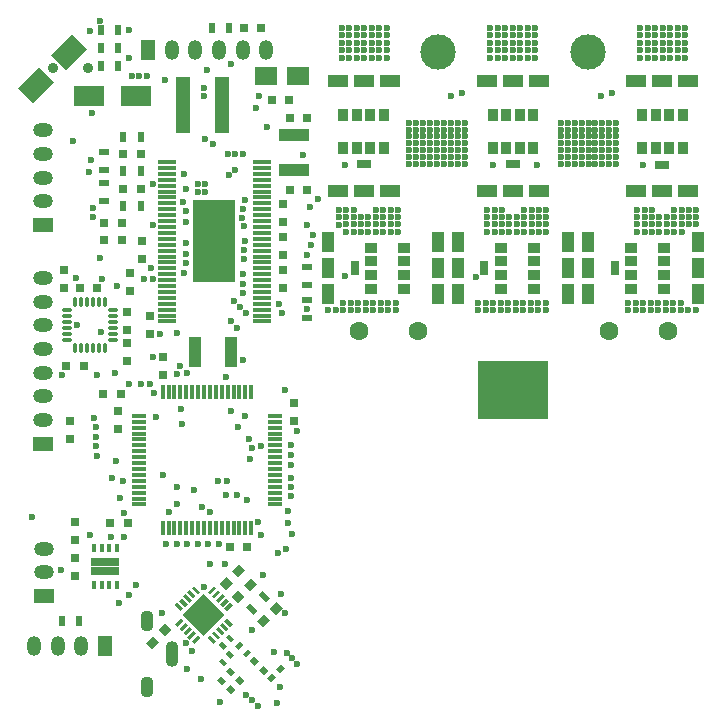
<source format=gts>
G04 #@! TF.GenerationSoftware,KiCad,Pcbnew,(5.1.5-0)*
G04 #@! TF.CreationDate,2019-12-18T14:52:24+08:00*
G04 #@! TF.ProjectId,VESC_6,56455343-5f36-42e6-9b69-6361645f7063,A*
G04 #@! TF.SameCoordinates,Original*
G04 #@! TF.FileFunction,Soldermask,Top*
G04 #@! TF.FilePolarity,Negative*
%FSLAX46Y46*%
G04 Gerber Fmt 4.6, Leading zero omitted, Abs format (unit mm)*
G04 Created by KiCad (PCBNEW (5.1.5-0)) date 2019-12-18 14:52:24*
%MOMM*%
%LPD*%
G04 APERTURE LIST*
%ADD10R,2.500000X1.800000*%
%ADD11O,1.100000X1.800000*%
%ADD12O,1.100000X2.200000*%
%ADD13O,0.300000X0.850000*%
%ADD14O,0.850000X0.300000*%
%ADD15R,0.800000X0.750000*%
%ADD16R,1.180000X4.700000*%
%ADD17R,3.599180X7.000240*%
%ADD18R,1.501140X0.299720*%
%ADD19R,1.193800X0.304800*%
%ADD20R,0.304800X1.193800*%
%ADD21C,0.900000*%
%ADD22C,0.100000*%
%ADD23R,1.200000X0.775000*%
%ADD24R,0.350000X0.650000*%
%ADD25R,1.950000X1.500000*%
%ADD26R,1.000000X2.500000*%
%ADD27R,2.500000X1.000000*%
%ADD28R,0.900000X0.500000*%
%ADD29R,0.500000X0.900000*%
%ADD30R,0.750000X0.800000*%
%ADD31C,1.600000*%
%ADD32R,1.699260X1.198880*%
%ADD33O,1.699260X1.198880*%
%ADD34R,0.700000X1.300000*%
%ADD35R,1.100000X0.850000*%
%ADD36R,1.100000X1.700000*%
%ADD37R,1.300000X0.700000*%
%ADD38R,0.850000X1.100000*%
%ADD39R,1.700000X1.100000*%
%ADD40C,3.000000*%
%ADD41R,1.198880X1.699260*%
%ADD42O,1.198880X1.699260*%
%ADD43R,6.000000X5.000000*%
%ADD44C,0.600000*%
G04 APERTURE END LIST*
D10*
X121825000Y-61849000D03*
X125825000Y-61849000D03*
D11*
X126750000Y-106300000D03*
X126750000Y-111900000D03*
D12*
X128900000Y-109100000D03*
D13*
X120670000Y-83230000D03*
X121170000Y-83230000D03*
X121670000Y-83230000D03*
X122170000Y-83230000D03*
X122670000Y-83230000D03*
X123170000Y-83230000D03*
D14*
X123870000Y-82530000D03*
X123870000Y-82030000D03*
X123870000Y-81530000D03*
X123870000Y-81030000D03*
X123870000Y-80530000D03*
X123870000Y-80030000D03*
D13*
X123170000Y-79330000D03*
X122670000Y-79330000D03*
X122170000Y-79330000D03*
X121670000Y-79330000D03*
X121170000Y-79330000D03*
X120670000Y-79330000D03*
D14*
X119970000Y-80030000D03*
X119970000Y-80530000D03*
X119970000Y-81030000D03*
X119970000Y-81530000D03*
X119970000Y-82030000D03*
X119970000Y-82530000D03*
D15*
X121400000Y-84709000D03*
X119900000Y-84709000D03*
D16*
X133100000Y-62600000D03*
X129790000Y-62600000D03*
D17*
X132461000Y-74168000D03*
D18*
X136461500Y-67472560D03*
X136461500Y-67970400D03*
X136461500Y-68470780D03*
X136461500Y-68971160D03*
X136461500Y-69471540D03*
X136461500Y-69971920D03*
X136461500Y-70472300D03*
X136461500Y-70970140D03*
X128460500Y-80970120D03*
X128460500Y-80472280D03*
X128460500Y-79971900D03*
X128460500Y-79471520D03*
X128460500Y-72471280D03*
X128460500Y-71970900D03*
X128460500Y-71470520D03*
X128460500Y-70970140D03*
X128460500Y-70472300D03*
X128460500Y-69971920D03*
X128460500Y-69471540D03*
X128460500Y-68971160D03*
X128460500Y-68470780D03*
X128460500Y-67970400D03*
X128460500Y-67472560D03*
X128460500Y-78971140D03*
X128460500Y-78470760D03*
X128460500Y-77970380D03*
X128460500Y-77472540D03*
X128460500Y-76972160D03*
X128460500Y-76471780D03*
X128460500Y-75971400D03*
X136461500Y-79471520D03*
X128460500Y-74970640D03*
X128460500Y-74470260D03*
X128460500Y-73972420D03*
X128460500Y-73472040D03*
X128460500Y-72971660D03*
X136461500Y-76972160D03*
X136461500Y-77472540D03*
X136461500Y-77970380D03*
X136461500Y-78470760D03*
X136461500Y-78971140D03*
X128460500Y-75471020D03*
X136461500Y-79971900D03*
X136461500Y-80472280D03*
X136461500Y-80970120D03*
X136461500Y-71470520D03*
X136461500Y-71970900D03*
X136461500Y-72471280D03*
X136461500Y-72971660D03*
X136461500Y-73472040D03*
X136461500Y-73972420D03*
X136461500Y-74470260D03*
X136461500Y-74970640D03*
X136461500Y-75471020D03*
X136461500Y-75971400D03*
X136461500Y-76471780D03*
D19*
X137575999Y-88960000D03*
X137575999Y-89459999D03*
X137575999Y-89960000D03*
X137575999Y-90459999D03*
X137575999Y-90960001D03*
X137575999Y-91460000D03*
X137575999Y-91959999D03*
X137575999Y-92460000D03*
X137575999Y-92960000D03*
X137575999Y-93460001D03*
X137575999Y-93960000D03*
X137575999Y-94459999D03*
X137575999Y-94960001D03*
X137575999Y-95460000D03*
X137575999Y-95960001D03*
X137575999Y-96460000D03*
D20*
X135576000Y-98459999D03*
X135076001Y-98459999D03*
X134576000Y-98459999D03*
X134076001Y-98459999D03*
X133575999Y-98459999D03*
X133076000Y-98459999D03*
X132576001Y-98459999D03*
X132076000Y-98459999D03*
X131576000Y-98459999D03*
X131075999Y-98459999D03*
X130576000Y-98459999D03*
X130076001Y-98459999D03*
X129575999Y-98459999D03*
X129076000Y-98459999D03*
X128575999Y-98459999D03*
X128076000Y-98459999D03*
D19*
X126076001Y-96460000D03*
X126076001Y-95960001D03*
X126076001Y-95460000D03*
X126076001Y-94960001D03*
X126076001Y-94459999D03*
X126076001Y-93960000D03*
X126076001Y-93460001D03*
X126076001Y-92960000D03*
X126076001Y-92460000D03*
X126076001Y-91959999D03*
X126076001Y-91460000D03*
X126076001Y-90960001D03*
X126076001Y-90459999D03*
X126076001Y-89960000D03*
X126076001Y-89459999D03*
X126076001Y-88960000D03*
D20*
X128076000Y-86960001D03*
X128575999Y-86960001D03*
X129076000Y-86960001D03*
X129575999Y-86960001D03*
X130076001Y-86960001D03*
X130576000Y-86960001D03*
X131075999Y-86960001D03*
X131576000Y-86960001D03*
X132076000Y-86960001D03*
X132576001Y-86960001D03*
X133076000Y-86960001D03*
X133575999Y-86960001D03*
X134076001Y-86960001D03*
X134576000Y-86960001D03*
X135076001Y-86960001D03*
X135576000Y-86960001D03*
D21*
X121769000Y-59492000D03*
X118769000Y-59492000D03*
D22*
G36*
X119911727Y-59669066D02*
G01*
X118638934Y-58396273D01*
X120406701Y-56628506D01*
X121679494Y-57901299D01*
X119911727Y-59669066D01*
G37*
G36*
X117083299Y-62497494D02*
G01*
X115810506Y-61224701D01*
X117578273Y-59456934D01*
X118851066Y-60729727D01*
X117083299Y-62497494D01*
G37*
G36*
X130688117Y-104907117D02*
G01*
X131572000Y-104023234D01*
X132455883Y-104907117D01*
X131572000Y-105791000D01*
X130688117Y-104907117D01*
G37*
G36*
X129804234Y-105791000D02*
G01*
X130688117Y-104907117D01*
X131572000Y-105791000D01*
X130688117Y-106674883D01*
X129804234Y-105791000D01*
G37*
G36*
X131572000Y-105791000D02*
G01*
X132455883Y-104907117D01*
X133339766Y-105791000D01*
X132455883Y-106674883D01*
X131572000Y-105791000D01*
G37*
G36*
X130688117Y-106674883D02*
G01*
X131572000Y-105791000D01*
X132455883Y-106674883D01*
X131572000Y-107558766D01*
X130688117Y-106674883D01*
G37*
G36*
X132102330Y-104058588D02*
G01*
X131890198Y-103846456D01*
X132406386Y-103330268D01*
X132618518Y-103542400D01*
X132102330Y-104058588D01*
G37*
G36*
X132455883Y-104412142D02*
G01*
X132243751Y-104200010D01*
X132759939Y-103683822D01*
X132972071Y-103895954D01*
X132455883Y-104412142D01*
G37*
G36*
X132809437Y-104765695D02*
G01*
X132597305Y-104553563D01*
X133113493Y-104037375D01*
X133325625Y-104249507D01*
X132809437Y-104765695D01*
G37*
G36*
X133162990Y-105119249D02*
G01*
X132950858Y-104907117D01*
X133467046Y-104390929D01*
X133679178Y-104603061D01*
X133162990Y-105119249D01*
G37*
G36*
X133516544Y-105472802D02*
G01*
X133304412Y-105260670D01*
X133820600Y-104744482D01*
X134032732Y-104956614D01*
X133516544Y-105472802D01*
G37*
G36*
X133304412Y-106321330D02*
G01*
X133516544Y-106109198D01*
X134032732Y-106625386D01*
X133820600Y-106837518D01*
X133304412Y-106321330D01*
G37*
G36*
X132950858Y-106674883D02*
G01*
X133162990Y-106462751D01*
X133679178Y-106978939D01*
X133467046Y-107191071D01*
X132950858Y-106674883D01*
G37*
G36*
X132597305Y-107028437D02*
G01*
X132809437Y-106816305D01*
X133325625Y-107332493D01*
X133113493Y-107544625D01*
X132597305Y-107028437D01*
G37*
G36*
X132243751Y-107381990D02*
G01*
X132455883Y-107169858D01*
X132972071Y-107686046D01*
X132759939Y-107898178D01*
X132243751Y-107381990D01*
G37*
G36*
X131890198Y-107735544D02*
G01*
X132102330Y-107523412D01*
X132618518Y-108039600D01*
X132406386Y-108251732D01*
X131890198Y-107735544D01*
G37*
G36*
X130737614Y-108251732D02*
G01*
X130525482Y-108039600D01*
X131041670Y-107523412D01*
X131253802Y-107735544D01*
X130737614Y-108251732D01*
G37*
G36*
X130384061Y-107898178D02*
G01*
X130171929Y-107686046D01*
X130688117Y-107169858D01*
X130900249Y-107381990D01*
X130384061Y-107898178D01*
G37*
G36*
X130030507Y-107544625D02*
G01*
X129818375Y-107332493D01*
X130334563Y-106816305D01*
X130546695Y-107028437D01*
X130030507Y-107544625D01*
G37*
G36*
X129676954Y-107191071D02*
G01*
X129464822Y-106978939D01*
X129981010Y-106462751D01*
X130193142Y-106674883D01*
X129676954Y-107191071D01*
G37*
G36*
X129323400Y-106837518D02*
G01*
X129111268Y-106625386D01*
X129627456Y-106109198D01*
X129839588Y-106321330D01*
X129323400Y-106837518D01*
G37*
G36*
X129111268Y-104956614D02*
G01*
X129323400Y-104744482D01*
X129839588Y-105260670D01*
X129627456Y-105472802D01*
X129111268Y-104956614D01*
G37*
G36*
X129464822Y-104603061D02*
G01*
X129676954Y-104390929D01*
X130193142Y-104907117D01*
X129981010Y-105119249D01*
X129464822Y-104603061D01*
G37*
G36*
X129818375Y-104249507D02*
G01*
X130030507Y-104037375D01*
X130546695Y-104553563D01*
X130334563Y-104765695D01*
X129818375Y-104249507D01*
G37*
G36*
X130171929Y-103895954D02*
G01*
X130384061Y-103683822D01*
X130900249Y-104200010D01*
X130688117Y-104412142D01*
X130171929Y-103895954D01*
G37*
G36*
X130525482Y-103542400D02*
G01*
X130737614Y-103330268D01*
X131253802Y-103846456D01*
X131041670Y-104058588D01*
X130525482Y-103542400D01*
G37*
D23*
X123825000Y-101333000D03*
X122625000Y-101333000D03*
X123825000Y-102108000D03*
X122625000Y-102108000D03*
D24*
X124200000Y-103270500D03*
X123550000Y-103270500D03*
X122900000Y-103270500D03*
X122250000Y-103270500D03*
X122250000Y-100170500D03*
X122900000Y-100170500D03*
X123550000Y-100170500D03*
X124200000Y-100170500D03*
D25*
X139551000Y-60198000D03*
X136801000Y-60198000D03*
D26*
X130834000Y-83566000D03*
X133834000Y-83566000D03*
D27*
X139192000Y-65175000D03*
X139192000Y-68175000D03*
D22*
G36*
X134909355Y-108323091D02*
G01*
X134485091Y-108747355D01*
X134202249Y-108464513D01*
X134626513Y-108040249D01*
X134909355Y-108323091D01*
G37*
G36*
X135545751Y-108959487D02*
G01*
X135121487Y-109383751D01*
X134838645Y-109100909D01*
X135262909Y-108676645D01*
X135545751Y-108959487D01*
G37*
G36*
X133865909Y-109509355D02*
G01*
X133441645Y-109085091D01*
X133724487Y-108802249D01*
X134148751Y-109226513D01*
X133865909Y-109509355D01*
G37*
G36*
X133229513Y-110145751D02*
G01*
X132805249Y-109721487D01*
X133088091Y-109438645D01*
X133512355Y-109862909D01*
X133229513Y-110145751D01*
G37*
G36*
X133088091Y-108041645D02*
G01*
X133512355Y-108465909D01*
X133229513Y-108748751D01*
X132805249Y-108324487D01*
X133088091Y-108041645D01*
G37*
G36*
X133724487Y-107405249D02*
G01*
X134148751Y-107829513D01*
X133865909Y-108112355D01*
X133441645Y-107688091D01*
X133724487Y-107405249D01*
G37*
G36*
X133477000Y-112113554D02*
G01*
X133830554Y-111760000D01*
X134254818Y-112184264D01*
X133901264Y-112537818D01*
X133477000Y-112113554D01*
G37*
G36*
X132699182Y-111335736D02*
G01*
X133052736Y-110982182D01*
X133477000Y-111406446D01*
X133123446Y-111760000D01*
X132699182Y-111335736D01*
G37*
G36*
X134239000Y-111351554D02*
G01*
X134592554Y-110998000D01*
X135016818Y-111422264D01*
X134663264Y-111775818D01*
X134239000Y-111351554D01*
G37*
G36*
X133461182Y-110573736D02*
G01*
X133814736Y-110220182D01*
X134239000Y-110644446D01*
X133885446Y-110998000D01*
X133461182Y-110573736D01*
G37*
G36*
X136271000Y-109755446D02*
G01*
X135917446Y-110109000D01*
X135493182Y-109684736D01*
X135846736Y-109331182D01*
X136271000Y-109755446D01*
G37*
G36*
X137048818Y-110533264D02*
G01*
X136695264Y-110886818D01*
X136271000Y-110462554D01*
X136624554Y-110109000D01*
X137048818Y-110533264D01*
G37*
G36*
X138021554Y-110744000D02*
G01*
X137668000Y-110390446D01*
X138092264Y-109966182D01*
X138445818Y-110319736D01*
X138021554Y-110744000D01*
G37*
G36*
X137243736Y-111521818D02*
G01*
X136890182Y-111168264D01*
X137314446Y-110744000D01*
X137668000Y-111097554D01*
X137243736Y-111521818D01*
G37*
G36*
X135472249Y-104810355D02*
G01*
X136108645Y-105446751D01*
X135755091Y-105800305D01*
X135118695Y-105163909D01*
X135472249Y-104810355D01*
G37*
G36*
X136532909Y-103749695D02*
G01*
X137169305Y-104386091D01*
X136815751Y-104739645D01*
X136179355Y-104103249D01*
X136532909Y-103749695D01*
G37*
D28*
X123113800Y-69227000D03*
X123113800Y-70727000D03*
X123113800Y-66636200D03*
X123113800Y-68136200D03*
D29*
X126251400Y-68249800D03*
X124751400Y-68249800D03*
X126251400Y-71196200D03*
X124751400Y-71196200D03*
X126226000Y-65354200D03*
X124726000Y-65354200D03*
X121019000Y-106315000D03*
X119519000Y-106315000D03*
X132219000Y-56134000D03*
X133719000Y-56134000D03*
X122821000Y-56261000D03*
X124321000Y-56261000D03*
X122821000Y-57785000D03*
X124321000Y-57785000D03*
X122821000Y-59309000D03*
X124321000Y-59309000D03*
D28*
X140335000Y-77839000D03*
X140335000Y-76339000D03*
X140335000Y-80633000D03*
X140335000Y-79133000D03*
D22*
G36*
X127249348Y-107600169D02*
G01*
X127779678Y-108130499D01*
X127213992Y-108696185D01*
X126683662Y-108165855D01*
X127249348Y-107600169D01*
G37*
G36*
X128310008Y-106539509D02*
G01*
X128840338Y-107069839D01*
X128274652Y-107635525D01*
X127744322Y-107105195D01*
X128310008Y-106539509D01*
G37*
D30*
X120205500Y-89420000D03*
X120205500Y-90920000D03*
D22*
G36*
X137672652Y-105808678D02*
G01*
X137142322Y-105278348D01*
X137708008Y-104712662D01*
X138238338Y-105242992D01*
X137672652Y-105808678D01*
G37*
G36*
X136611992Y-106869338D02*
G01*
X136081662Y-106339008D01*
X136647348Y-105773322D01*
X137177678Y-106303652D01*
X136611992Y-106869338D01*
G37*
G36*
X133472348Y-102598322D02*
G01*
X134002678Y-103128652D01*
X133436992Y-103694338D01*
X132906662Y-103164008D01*
X133472348Y-102598322D01*
G37*
G36*
X134533008Y-101537662D02*
G01*
X135063338Y-102067992D01*
X134497652Y-102633678D01*
X133967322Y-102103348D01*
X134533008Y-101537662D01*
G37*
D15*
X135243000Y-100076000D03*
X133743000Y-100076000D03*
D30*
X124269500Y-88531000D03*
X124269500Y-90031000D03*
X128143000Y-83959000D03*
X128143000Y-85459000D03*
D15*
X125146500Y-98000000D03*
X123646500Y-98000000D03*
D30*
X139192000Y-89408000D03*
X139192000Y-87908000D03*
D15*
X123125800Y-72593200D03*
X124625800Y-72593200D03*
X123125800Y-74041000D03*
X124625800Y-74041000D03*
X124751400Y-69723000D03*
X126251400Y-69723000D03*
D30*
X125349000Y-76847000D03*
X125349000Y-78347000D03*
D15*
X126226000Y-66802000D03*
X124726000Y-66802000D03*
D30*
X126365000Y-75680000D03*
X126365000Y-74180000D03*
X127000000Y-82030000D03*
X127000000Y-80530000D03*
D15*
X138823000Y-63754000D03*
X140323000Y-63754000D03*
D30*
X138303000Y-72505000D03*
X138303000Y-71005000D03*
X138303000Y-75299000D03*
X138303000Y-73799000D03*
X138303000Y-78093000D03*
X138303000Y-76593000D03*
D15*
X138823000Y-69850000D03*
X140323000Y-69850000D03*
X138799000Y-62230000D03*
X137299000Y-62230000D03*
D30*
X120650000Y-99429000D03*
X120650000Y-97929000D03*
X120650000Y-100977000D03*
X120650000Y-102477000D03*
D15*
X123011500Y-87122000D03*
X124511500Y-87122000D03*
D22*
G36*
X135513652Y-103776678D02*
G01*
X134983322Y-103246348D01*
X135549008Y-102680662D01*
X136079338Y-103210992D01*
X135513652Y-103776678D01*
G37*
G36*
X134452992Y-104837338D02*
G01*
X133922662Y-104307008D01*
X134488348Y-103741322D01*
X135018678Y-104271652D01*
X134452992Y-104837338D01*
G37*
D15*
X136436800Y-56083200D03*
X134936800Y-56083200D03*
D30*
X119761000Y-78093000D03*
X119761000Y-76593000D03*
X125095000Y-84316000D03*
X125095000Y-82816000D03*
D31*
X149726000Y-81788000D03*
X144726000Y-81788000D03*
X165842000Y-81788000D03*
X170842000Y-81788000D03*
D32*
X118000000Y-104203040D03*
D33*
X118000000Y-100200000D03*
X118000000Y-102201520D03*
D34*
X166334000Y-76454000D03*
D35*
X167734000Y-75879000D03*
X167734000Y-77029000D03*
X170534000Y-77029000D03*
X170534000Y-75879000D03*
X167734000Y-74729000D03*
X170534000Y-74729000D03*
X167734000Y-78179000D03*
X170534000Y-78179000D03*
D36*
X164084000Y-76454000D03*
X164084000Y-74254000D03*
X164084000Y-78654000D03*
X173384000Y-76454000D03*
X173384000Y-78654000D03*
X173384000Y-74254000D03*
D37*
X170393000Y-67694000D03*
D38*
X169818000Y-66294000D03*
X170968000Y-66294000D03*
X170968000Y-63494000D03*
X169818000Y-63494000D03*
X168668000Y-66294000D03*
X168668000Y-63494000D03*
X172118000Y-66294000D03*
X172118000Y-63494000D03*
D39*
X170393000Y-69944000D03*
X168193000Y-69944000D03*
X172593000Y-69944000D03*
X170393000Y-60644000D03*
X172593000Y-60644000D03*
X168193000Y-60644000D03*
D34*
X144334000Y-76454000D03*
D35*
X145734000Y-75879000D03*
X145734000Y-77029000D03*
X148534000Y-77029000D03*
X148534000Y-75879000D03*
X145734000Y-74729000D03*
X148534000Y-74729000D03*
X145734000Y-78179000D03*
X148534000Y-78179000D03*
D36*
X142084000Y-76454000D03*
X142084000Y-74254000D03*
X142084000Y-78654000D03*
X151384000Y-76454000D03*
X151384000Y-78654000D03*
X151384000Y-74254000D03*
D40*
X151384000Y-58166000D03*
X164084000Y-58166000D03*
D41*
X123184920Y-108458000D03*
D42*
X119181880Y-108458000D03*
X121183400Y-108458000D03*
X117182900Y-108458000D03*
D41*
X126846200Y-58000000D03*
D42*
X130849240Y-58000000D03*
X128847720Y-58000000D03*
X132848220Y-58000000D03*
X134849740Y-58000000D03*
X136851260Y-58000000D03*
D33*
X117983000Y-79298740D03*
X117983000Y-81297720D03*
X117983000Y-83299240D03*
D32*
X117983000Y-91305320D03*
D33*
X117983000Y-87302280D03*
X117983000Y-89303800D03*
X117983000Y-85303300D03*
X117983000Y-77299760D03*
D32*
X117983000Y-72803040D03*
D33*
X117983000Y-68800000D03*
X117983000Y-70801520D03*
X117983000Y-66801020D03*
X117983000Y-64799500D03*
D37*
X145087000Y-67678000D03*
D38*
X144512000Y-66278000D03*
X145662000Y-66278000D03*
X145662000Y-63478000D03*
X144512000Y-63478000D03*
X143362000Y-66278000D03*
X143362000Y-63478000D03*
X146812000Y-66278000D03*
X146812000Y-63478000D03*
D39*
X145087000Y-69928000D03*
X142887000Y-69928000D03*
X147287000Y-69928000D03*
X145087000Y-60628000D03*
X147287000Y-60628000D03*
X142887000Y-60628000D03*
D34*
X155321000Y-76454000D03*
D35*
X156721000Y-75879000D03*
X156721000Y-77029000D03*
X159521000Y-77029000D03*
X159521000Y-75879000D03*
X156721000Y-74729000D03*
X159521000Y-74729000D03*
X156721000Y-78179000D03*
X159521000Y-78179000D03*
D36*
X153071000Y-76454000D03*
X153071000Y-74254000D03*
X153071000Y-78654000D03*
X162371000Y-76454000D03*
X162371000Y-78654000D03*
X162371000Y-74254000D03*
D37*
X157734000Y-67678000D03*
D38*
X157159000Y-66278000D03*
X158309000Y-66278000D03*
X158309000Y-63478000D03*
X157159000Y-63478000D03*
X156009000Y-66278000D03*
X156009000Y-63478000D03*
X159459000Y-66278000D03*
X159459000Y-63478000D03*
D39*
X157734000Y-69928000D03*
X155534000Y-69928000D03*
X159934000Y-69928000D03*
X157734000Y-60628000D03*
X159934000Y-60628000D03*
X155534000Y-60628000D03*
D43*
X157734000Y-86800000D03*
D30*
X125095000Y-81649000D03*
X125095000Y-80149000D03*
D15*
X121043000Y-78105000D03*
X122543000Y-78105000D03*
D44*
X138962702Y-92304292D03*
X132842000Y-99822000D03*
X124206000Y-77978000D03*
X122809000Y-75565008D03*
X127254000Y-83947000D03*
X129285998Y-96418400D03*
X127508000Y-89027000D03*
X126746000Y-60198000D03*
X126111000Y-60198000D03*
X125476000Y-60197994D03*
X136144000Y-113538000D03*
X135636000Y-113030000D03*
X135153400Y-112572800D03*
X131318000Y-111252000D03*
X130759803Y-105862686D03*
X131064000Y-69977000D03*
X137541000Y-108966000D03*
X138607800Y-109016800D03*
X135365271Y-90879140D03*
X138067817Y-104043011D03*
X138430000Y-86741000D03*
X132455883Y-105791000D03*
X131572000Y-106674883D03*
X131572000Y-104907117D03*
X132969000Y-113157000D03*
X139065000Y-109474000D03*
X134874000Y-66800000D03*
X127232128Y-69342000D03*
X131699000Y-69977000D03*
X131699000Y-69342000D03*
X131064000Y-69342000D03*
X134239000Y-66800000D03*
X133604000Y-66802000D03*
X166471600Y-67640200D03*
X165887400Y-67640200D03*
X165303200Y-67640200D03*
X164719000Y-67640200D03*
X164134800Y-67640200D03*
X163550600Y-67640200D03*
X162966400Y-67640200D03*
X162382200Y-67640200D03*
X161798000Y-67640200D03*
X166471600Y-67056000D03*
X165887400Y-67056000D03*
X165303200Y-67056000D03*
X164719000Y-67056000D03*
X164134800Y-67056000D03*
X163550600Y-67056000D03*
X162966400Y-67056000D03*
X162382200Y-67056000D03*
X161798000Y-67056000D03*
X166471600Y-66471800D03*
X165887400Y-66471800D03*
X165303200Y-66471800D03*
X164719000Y-66471800D03*
X164134800Y-66471800D03*
X163550600Y-66471800D03*
X162966400Y-66471800D03*
X162382200Y-66471800D03*
X161798000Y-66471800D03*
X166471600Y-65887600D03*
X165887400Y-65887600D03*
X165303200Y-65887600D03*
X164719000Y-65887600D03*
X164134800Y-65887600D03*
X163550600Y-65887600D03*
X162966400Y-65887600D03*
X162382200Y-65887600D03*
X161798000Y-65887600D03*
X166471600Y-65303400D03*
X165887400Y-65303400D03*
X165303200Y-65303400D03*
X164719000Y-65303400D03*
X164134800Y-65303400D03*
X163550600Y-65303400D03*
X162966400Y-65303400D03*
X162382200Y-65303400D03*
X161798000Y-65303400D03*
X166471600Y-64719200D03*
X165887400Y-64719200D03*
X165303200Y-64719200D03*
X164719000Y-64719200D03*
X164134800Y-64719200D03*
X163550600Y-64719200D03*
X162966400Y-64719200D03*
X162382200Y-64719200D03*
X161798000Y-64719200D03*
X166471600Y-64135000D03*
X165887400Y-64135000D03*
X165303200Y-64135000D03*
X164719000Y-64135000D03*
X164134800Y-64135000D03*
X163550600Y-64135000D03*
X162966400Y-64135000D03*
X162382200Y-64135000D03*
X153644600Y-67640200D03*
X153060400Y-67640200D03*
X152476200Y-67640200D03*
X151892000Y-67640200D03*
X151307800Y-67640200D03*
X150723600Y-67640200D03*
X150139400Y-67640200D03*
X149555200Y-67640200D03*
X148971000Y-67640200D03*
X153644600Y-67056000D03*
X153060400Y-67056000D03*
X152476200Y-67056000D03*
X151892000Y-67056000D03*
X151307800Y-67056000D03*
X150723600Y-67056000D03*
X150139400Y-67056000D03*
X149555200Y-67056000D03*
X148971000Y-67056000D03*
X153644600Y-66471800D03*
X153060400Y-66471800D03*
X152476200Y-66471800D03*
X151892000Y-66471800D03*
X151307800Y-66471800D03*
X150723600Y-66471800D03*
X150139400Y-66471800D03*
X149555200Y-66471800D03*
X148971000Y-66471800D03*
X153644600Y-65887600D03*
X153060400Y-65887600D03*
X152476200Y-65887600D03*
X151892000Y-65887600D03*
X151307800Y-65887600D03*
X150723600Y-65887600D03*
X150139400Y-65887600D03*
X149555200Y-65887600D03*
X148971000Y-65887600D03*
X153644600Y-65303400D03*
X153060400Y-65303400D03*
X152476200Y-65303400D03*
X151892000Y-65303400D03*
X151307800Y-65303400D03*
X150723600Y-65303400D03*
X150139400Y-65303400D03*
X149555200Y-65303400D03*
X148971000Y-65303400D03*
X153644600Y-64719200D03*
X153060400Y-64719200D03*
X152476200Y-64719200D03*
X151892000Y-64719200D03*
X151307800Y-64719200D03*
X150723600Y-64719200D03*
X150139400Y-64719200D03*
X149555200Y-64719200D03*
X148971000Y-64719200D03*
X153644600Y-64135000D03*
X153060400Y-64135000D03*
X152476200Y-64135000D03*
X151892000Y-64135000D03*
X151307800Y-64135000D03*
X150723600Y-64135000D03*
X150139400Y-64135000D03*
X149555200Y-64135000D03*
X161798000Y-64135000D03*
X148971000Y-64135000D03*
X130175000Y-110363000D03*
X137795000Y-113284000D03*
X135635992Y-107061000D03*
X131560403Y-103483196D03*
X139472588Y-109982000D03*
X136574791Y-102438201D03*
X134620000Y-79756000D03*
X135128000Y-80264000D03*
X134112000Y-79248000D03*
X138430000Y-105664000D03*
X124841000Y-97155000D03*
X129595590Y-88392000D03*
X127825500Y-82042000D03*
X119564577Y-85539885D03*
X120804392Y-81253533D03*
X120707500Y-77285500D03*
X124015504Y-85344000D03*
X122865203Y-81838342D03*
X136906000Y-64516000D03*
X135073207Y-89012203D03*
X124460008Y-95891686D03*
X123698002Y-99233010D03*
X138557000Y-100203000D03*
X132080000Y-101473000D03*
X135043559Y-70650810D03*
X122228895Y-89123113D03*
X136144000Y-97917000D03*
X128016000Y-105663998D03*
X119500000Y-102000000D03*
X122936000Y-77343000D03*
X122555000Y-85471000D03*
X131826000Y-59690000D03*
X129332010Y-81915000D03*
X133477000Y-95631000D03*
X134423040Y-89928550D03*
X133832658Y-88565010D03*
X122047000Y-67310000D03*
X122174000Y-72136000D03*
X122174000Y-71374000D03*
X117000000Y-97500000D03*
X131572000Y-61214000D03*
X131554155Y-61889155D03*
X122110498Y-63309500D03*
X134801900Y-72182240D03*
X143000000Y-71500000D03*
X143624840Y-71500000D03*
X144249680Y-71500000D03*
X146124200Y-71500000D03*
X146749040Y-71500000D03*
X147373880Y-71500000D03*
X147998720Y-71500000D03*
X143000000Y-72124840D03*
X143624840Y-72124840D03*
X144249680Y-72124840D03*
X144874520Y-72124840D03*
X145499360Y-72124840D03*
X146124200Y-72124840D03*
X146749040Y-72124840D03*
X147373880Y-72124840D03*
X147998720Y-72124840D03*
X143624840Y-72749680D03*
X144249680Y-72749680D03*
X144874520Y-72749680D03*
X145499360Y-72749680D03*
X146124200Y-72749680D03*
X146749040Y-72749680D03*
X147373880Y-72749680D03*
X147998720Y-72749680D03*
X143624840Y-73374520D03*
X144249680Y-73374520D03*
X144874520Y-73374520D03*
X145499360Y-73374520D03*
X146124200Y-73374520D03*
X146749040Y-73374520D03*
X147373880Y-73374520D03*
X147998720Y-73374520D03*
X143002000Y-72771000D03*
X155575000Y-71501000D03*
X140843000Y-73660000D03*
X134981000Y-74919000D03*
X156197300Y-71501000D03*
X156819600Y-71501000D03*
X158686500Y-71501000D03*
X159308800Y-71501000D03*
X159931100Y-71501000D03*
X160553400Y-71501000D03*
X155575000Y-72123300D03*
X156197300Y-72123300D03*
X156819600Y-72123300D03*
X157441900Y-72123300D03*
X158064200Y-72123300D03*
X158686500Y-72123300D03*
X159308800Y-72123300D03*
X159931100Y-72123300D03*
X160553400Y-72123300D03*
X155575000Y-72745600D03*
X156197300Y-72745600D03*
X156819600Y-72745600D03*
X157441900Y-72745600D03*
X158064200Y-72745600D03*
X158686500Y-72745600D03*
X159308800Y-72745600D03*
X159931100Y-72745600D03*
X160553400Y-72745600D03*
X155575000Y-73367900D03*
X156197300Y-73367900D03*
X156819600Y-73367900D03*
X157441900Y-73367900D03*
X158064200Y-73367900D03*
X158686500Y-73367900D03*
X159308800Y-73367900D03*
X159931100Y-73367900D03*
X160553400Y-73367900D03*
X168275000Y-71501000D03*
X134866829Y-77759634D03*
X168897300Y-71501000D03*
X169519600Y-71501000D03*
X171386500Y-71501000D03*
X172008800Y-71501000D03*
X172631100Y-71501000D03*
X173253400Y-71501000D03*
X168275000Y-72123300D03*
X168897300Y-72123300D03*
X169519600Y-72123300D03*
X170141900Y-72123300D03*
X170764200Y-72123300D03*
X171386500Y-72123300D03*
X172008800Y-72123300D03*
X172631100Y-72123300D03*
X173253400Y-72123300D03*
X168275000Y-72745600D03*
X168897300Y-72745600D03*
X169519600Y-72745600D03*
X170141900Y-72745600D03*
X170764200Y-72745600D03*
X171386500Y-72745600D03*
X172008800Y-72745600D03*
X172631100Y-72745600D03*
X173253400Y-72745600D03*
X168275000Y-73367900D03*
X168897300Y-73367900D03*
X169519600Y-73367900D03*
X170141900Y-73367900D03*
X170764200Y-73367900D03*
X171386500Y-73367900D03*
X172008800Y-73367900D03*
X138176000Y-80264016D03*
X167513000Y-79375000D03*
X133731000Y-68580000D03*
X134391400Y-81508600D03*
X133834000Y-80957296D03*
X134162800Y-68148200D03*
X143383000Y-79375000D03*
X144018000Y-79375000D03*
X144653000Y-79375000D03*
X145288000Y-79375000D03*
X145923000Y-79375000D03*
X146558000Y-79375000D03*
X147193000Y-79375000D03*
X147828000Y-79375000D03*
X142113000Y-80010000D03*
X142748000Y-80010000D03*
X143383000Y-80010000D03*
X144018000Y-80010000D03*
X144653000Y-80010000D03*
X145288000Y-80010000D03*
X145923000Y-80010000D03*
X146558000Y-80010000D03*
X147193000Y-80010000D03*
X147828000Y-80010000D03*
X155448000Y-79375000D03*
X156083000Y-79375000D03*
X156718000Y-79375000D03*
X157353000Y-79375000D03*
X157988000Y-79375000D03*
X158623000Y-79375000D03*
X159258000Y-79375000D03*
X159893000Y-79375000D03*
X160528000Y-79375000D03*
X154813000Y-80010000D03*
X155448000Y-80010000D03*
X156083000Y-80010000D03*
X156718000Y-80010000D03*
X157353000Y-80010000D03*
X157988000Y-80010000D03*
X158623000Y-80010000D03*
X159258000Y-80010000D03*
X159893000Y-80010000D03*
X160528000Y-80010000D03*
X168148000Y-79375000D03*
X168783000Y-79375000D03*
X169418000Y-79375000D03*
X170053000Y-79375000D03*
X170688000Y-79375000D03*
X171323000Y-79375000D03*
X171958000Y-79375000D03*
X167513000Y-80010000D03*
X168148000Y-80010000D03*
X168783000Y-80010000D03*
X169418000Y-80010000D03*
X170053000Y-80010000D03*
X170688000Y-80010000D03*
X171323000Y-80010000D03*
X171958000Y-80010000D03*
X172593000Y-80010000D03*
X173228000Y-80010000D03*
X154813000Y-79375000D03*
X133413500Y-85661500D03*
X130175000Y-85343992D03*
X125222020Y-86233000D03*
X129541903Y-84702447D03*
X134874000Y-84201000D03*
X140334994Y-79883000D03*
X129332010Y-85424990D03*
X130556000Y-108839000D03*
X130047129Y-108198771D03*
X138049000Y-111887000D03*
X124154259Y-92800500D03*
X131058287Y-99840668D03*
X131953000Y-99822000D03*
X125222000Y-58674000D03*
X130175000Y-99822000D03*
X125222000Y-56261000D03*
X120523000Y-65659000D03*
X121920000Y-56388002D03*
X122809000Y-55527400D03*
X122430288Y-91512540D03*
X122463692Y-89894282D03*
X122415622Y-90734866D03*
X136398006Y-99060000D03*
X138674492Y-97052553D03*
X134366010Y-95631000D03*
X135254999Y-96073726D03*
X121873990Y-68326000D03*
X129921000Y-68453000D03*
X129681000Y-89646000D03*
X126225423Y-86284710D03*
X127001590Y-86234157D03*
X127309579Y-86995000D03*
X147039000Y-58647000D03*
X146404000Y-58647000D03*
X145769000Y-58647000D03*
X145134000Y-58647000D03*
X144499000Y-58647000D03*
X143864000Y-58647000D03*
X143229000Y-58647000D03*
X147039000Y-58012000D03*
X146404000Y-58012000D03*
X145769000Y-58012000D03*
X145134000Y-58012000D03*
X144499000Y-58012000D03*
X143864000Y-58012000D03*
X143229000Y-58012000D03*
X147039000Y-57377000D03*
X146404000Y-57377000D03*
X145769000Y-57377000D03*
X145134000Y-57377000D03*
X144499000Y-57377000D03*
X143864000Y-57377000D03*
X143229000Y-57377000D03*
X147039000Y-56742000D03*
X146404000Y-56742000D03*
X145769000Y-56742000D03*
X145134000Y-56742000D03*
X144499000Y-56742000D03*
X143864000Y-56742000D03*
X143229000Y-56742000D03*
X147039000Y-56107000D03*
X146404000Y-56107000D03*
X145769000Y-56107000D03*
X145134000Y-56107000D03*
X144499000Y-56107000D03*
X143864000Y-56107000D03*
X143229000Y-56107000D03*
X134859694Y-71406578D03*
X134983565Y-72918030D03*
X159639000Y-58647000D03*
X159004000Y-58647000D03*
X158369000Y-58647000D03*
X157734000Y-58647000D03*
X157099000Y-58647000D03*
X156464000Y-58647000D03*
X155829000Y-58647000D03*
X159639000Y-58012000D03*
X159004000Y-58012000D03*
X158369000Y-58012000D03*
X157734000Y-58012000D03*
X157099000Y-58012000D03*
X156464000Y-58012000D03*
X155829000Y-58012000D03*
X159639000Y-57377000D03*
X159004000Y-57377000D03*
X158369000Y-57377000D03*
X157734000Y-57377000D03*
X157099000Y-57377000D03*
X156464000Y-57377000D03*
X155829000Y-57377000D03*
X159639000Y-56742000D03*
X159004000Y-56742000D03*
X158369000Y-56742000D03*
X157734000Y-56742000D03*
X157099000Y-56742000D03*
X156464000Y-56742000D03*
X155829000Y-56742000D03*
X159639000Y-56107000D03*
X159004000Y-56107000D03*
X158369000Y-56107000D03*
X157734000Y-56107000D03*
X157099000Y-56107000D03*
X156464000Y-56107000D03*
X155829000Y-56107000D03*
X135081000Y-74119000D03*
X134981000Y-75719000D03*
X172339000Y-58647000D03*
X171704000Y-58647000D03*
X171069000Y-58647000D03*
X170434000Y-58647000D03*
X169799000Y-58647000D03*
X169164000Y-58647000D03*
X168529000Y-58647000D03*
X172339000Y-58012000D03*
X171704000Y-58012000D03*
X171069000Y-58012000D03*
X170434000Y-58012000D03*
X169799000Y-58012000D03*
X169164000Y-58012000D03*
X168529000Y-58012000D03*
X172339000Y-57377000D03*
X171704000Y-57377000D03*
X171069000Y-57377000D03*
X170434000Y-57377000D03*
X169799000Y-57377000D03*
X169164000Y-57377000D03*
X168529000Y-57377000D03*
X172339000Y-56742000D03*
X171704000Y-56742000D03*
X171069000Y-56742000D03*
X170434000Y-56742000D03*
X169799000Y-56742000D03*
X169164000Y-56742000D03*
X168529000Y-56742000D03*
X172339000Y-56107000D03*
X171704000Y-56107000D03*
X171069000Y-56107000D03*
X170434000Y-56107000D03*
X169799000Y-56107000D03*
X169164000Y-56107000D03*
X168529000Y-56107000D03*
X134860669Y-76981846D03*
X134889640Y-78537112D03*
X133538673Y-94492042D03*
X139953998Y-66848010D03*
X132786454Y-94474981D03*
X133858000Y-59182000D03*
X128142989Y-93980000D03*
X128285958Y-60513413D03*
X128642410Y-97102622D03*
X130081000Y-76019000D03*
X127127000Y-76453990D03*
X128397000Y-99822000D03*
X129307004Y-99825571D03*
X126478244Y-77346228D03*
X131435153Y-96637145D03*
X129794000Y-70866000D03*
X127235055Y-72768890D03*
X138938000Y-95758000D03*
X130048000Y-72517004D03*
X138953108Y-94972476D03*
X130048887Y-71633226D03*
X138937532Y-94194820D03*
X135509000Y-92582988D03*
X124413996Y-104775000D03*
X135682010Y-91686407D03*
X125222000Y-104140000D03*
X136419649Y-91538037D03*
X125857000Y-103251000D03*
X123825000Y-94234000D03*
X133350000Y-101473004D03*
X124714000Y-94488000D03*
X137805745Y-100594745D03*
X132088514Y-97059176D03*
X130040229Y-75242258D03*
X130699209Y-95223794D03*
X129901590Y-76826915D03*
X129286000Y-94996000D03*
X127230600Y-77355385D03*
X130081000Y-74319000D03*
X138938000Y-93091000D03*
X130048000Y-69723000D03*
X138938002Y-91424189D03*
X138707856Y-98047010D03*
X121920000Y-99060000D03*
X124841000Y-99233010D03*
X139065000Y-98933000D03*
X139449746Y-90260402D03*
X136017000Y-62865000D03*
X153416016Y-61595000D03*
X136271000Y-61849000D03*
X152527000Y-61849000D03*
X166116000Y-61595000D03*
X132310282Y-65970701D03*
X165227000Y-61849000D03*
X131699000Y-65532000D03*
X140335000Y-72842410D03*
X143510000Y-67691000D03*
X140589006Y-71247000D03*
X143510000Y-77089000D03*
X140600000Y-74500000D03*
X154635196Y-77165200D03*
X140300000Y-75300000D03*
X156083000Y-67691000D03*
X159766000Y-67691000D03*
X141224000Y-70612000D03*
X168783000Y-67691000D03*
X137904193Y-79451912D03*
X122491500Y-92329000D03*
M02*

</source>
